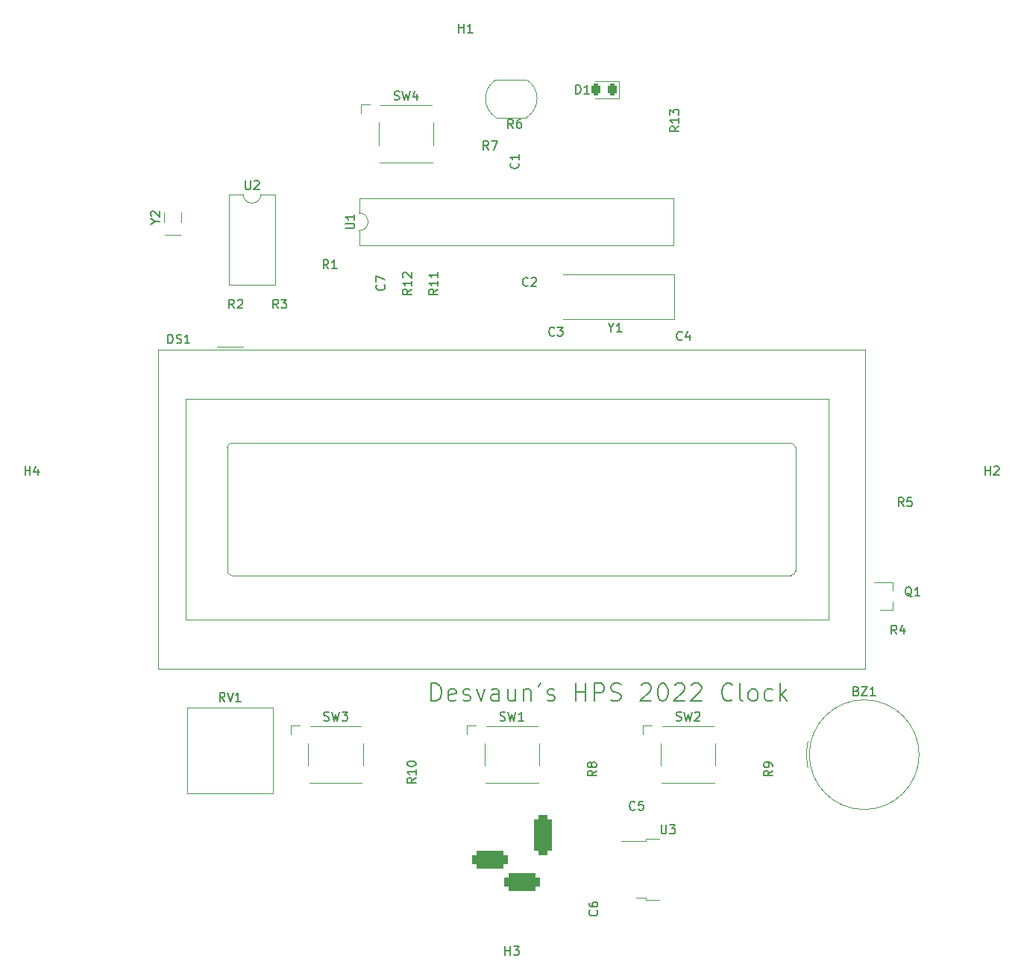
<source format=gbr>
%TF.GenerationSoftware,KiCad,Pcbnew,(6.0.5)*%
%TF.CreationDate,2022-07-26T12:17:50-04:00*%
%TF.ProjectId,Clock_design,436c6f63-6b5f-4646-9573-69676e2e6b69,rev?*%
%TF.SameCoordinates,PX56c8cc0PY97a25c0*%
%TF.FileFunction,Legend,Top*%
%TF.FilePolarity,Positive*%
%FSLAX46Y46*%
G04 Gerber Fmt 4.6, Leading zero omitted, Abs format (unit mm)*
G04 Created by KiCad (PCBNEW (6.0.5)) date 2022-07-26 12:17:50*
%MOMM*%
%LPD*%
G01*
G04 APERTURE LIST*
G04 Aperture macros list*
%AMRoundRect*
0 Rectangle with rounded corners*
0 $1 Rounding radius*
0 $2 $3 $4 $5 $6 $7 $8 $9 X,Y pos of 4 corners*
0 Add a 4 corners polygon primitive as box body*
4,1,4,$2,$3,$4,$5,$6,$7,$8,$9,$2,$3,0*
0 Add four circle primitives for the rounded corners*
1,1,$1+$1,$2,$3*
1,1,$1+$1,$4,$5*
1,1,$1+$1,$6,$7*
1,1,$1+$1,$8,$9*
0 Add four rect primitives between the rounded corners*
20,1,$1+$1,$2,$3,$4,$5,0*
20,1,$1+$1,$4,$5,$6,$7,0*
20,1,$1+$1,$6,$7,$8,$9,0*
20,1,$1+$1,$8,$9,$2,$3,0*%
G04 Aperture macros list end*
%ADD10C,0.150000*%
%ADD11C,0.120000*%
%ADD12C,3.200000*%
%ADD13R,1.600000X1.400000*%
%ADD14R,1.150000X1.400000*%
%ADD15R,1.400000X1.150000*%
%ADD16R,0.900000X0.800000*%
%ADD17R,1.600000X1.600000*%
%ADD18O,1.600000X1.600000*%
%ADD19R,2.200000X1.200000*%
%ADD20R,6.400000X5.800000*%
%ADD21RoundRect,0.243750X0.243750X0.456250X-0.243750X0.456250X-0.243750X-0.456250X0.243750X-0.456250X0*%
%ADD22C,1.600000*%
%ADD23C,1.440000*%
%ADD24R,2.000000X2.000000*%
%ADD25C,2.000000*%
%ADD26C,3.000000*%
%ADD27R,1.800000X2.600000*%
%ADD28O,1.800000X2.600000*%
%ADD29R,4.500000X2.000000*%
%ADD30R,1.800000X1.000000*%
%ADD31RoundRect,0.500000X0.500000X-1.750000X0.500000X1.750000X-0.500000X1.750000X-0.500000X-1.750000X0*%
%ADD32RoundRect,0.500000X1.500000X0.500000X-1.500000X0.500000X-1.500000X-0.500000X1.500000X-0.500000X0*%
%ADD33R,1.700000X1.700000*%
%ADD34O,1.700000X1.700000*%
%ADD35R,3.000000X3.000000*%
G04 APERTURE END LIST*
D10*
X49857142Y37095239D02*
X49857142Y39095239D01*
X50333333Y39095239D01*
X50619047Y39000000D01*
X50809523Y38809524D01*
X50904761Y38619048D01*
X51000000Y38238096D01*
X51000000Y37952381D01*
X50904761Y37571429D01*
X50809523Y37380953D01*
X50619047Y37190477D01*
X50333333Y37095239D01*
X49857142Y37095239D01*
X52619047Y37190477D02*
X52428571Y37095239D01*
X52047619Y37095239D01*
X51857142Y37190477D01*
X51761904Y37380953D01*
X51761904Y38142858D01*
X51857142Y38333334D01*
X52047619Y38428572D01*
X52428571Y38428572D01*
X52619047Y38333334D01*
X52714285Y38142858D01*
X52714285Y37952381D01*
X51761904Y37761905D01*
X53476190Y37190477D02*
X53666666Y37095239D01*
X54047619Y37095239D01*
X54238095Y37190477D01*
X54333333Y37380953D01*
X54333333Y37476191D01*
X54238095Y37666667D01*
X54047619Y37761905D01*
X53761904Y37761905D01*
X53571428Y37857143D01*
X53476190Y38047620D01*
X53476190Y38142858D01*
X53571428Y38333334D01*
X53761904Y38428572D01*
X54047619Y38428572D01*
X54238095Y38333334D01*
X55000000Y38428572D02*
X55476190Y37095239D01*
X55952380Y38428572D01*
X57571428Y37095239D02*
X57571428Y38142858D01*
X57476190Y38333334D01*
X57285714Y38428572D01*
X56904761Y38428572D01*
X56714285Y38333334D01*
X57571428Y37190477D02*
X57380952Y37095239D01*
X56904761Y37095239D01*
X56714285Y37190477D01*
X56619047Y37380953D01*
X56619047Y37571429D01*
X56714285Y37761905D01*
X56904761Y37857143D01*
X57380952Y37857143D01*
X57571428Y37952381D01*
X59380952Y38428572D02*
X59380952Y37095239D01*
X58523809Y38428572D02*
X58523809Y37380953D01*
X58619047Y37190477D01*
X58809523Y37095239D01*
X59095238Y37095239D01*
X59285714Y37190477D01*
X59380952Y37285715D01*
X60333333Y38428572D02*
X60333333Y37095239D01*
X60333333Y38238096D02*
X60428571Y38333334D01*
X60619047Y38428572D01*
X60904761Y38428572D01*
X61095238Y38333334D01*
X61190476Y38142858D01*
X61190476Y37095239D01*
X62238095Y39095239D02*
X62047619Y38714286D01*
X63000000Y37190477D02*
X63190476Y37095239D01*
X63571428Y37095239D01*
X63761904Y37190477D01*
X63857142Y37380953D01*
X63857142Y37476191D01*
X63761904Y37666667D01*
X63571428Y37761905D01*
X63285714Y37761905D01*
X63095238Y37857143D01*
X63000000Y38047620D01*
X63000000Y38142858D01*
X63095238Y38333334D01*
X63285714Y38428572D01*
X63571428Y38428572D01*
X63761904Y38333334D01*
X66238095Y37095239D02*
X66238095Y39095239D01*
X66238095Y38142858D02*
X67380952Y38142858D01*
X67380952Y37095239D02*
X67380952Y39095239D01*
X68333333Y37095239D02*
X68333333Y39095239D01*
X69095238Y39095239D01*
X69285714Y39000000D01*
X69380952Y38904762D01*
X69476190Y38714286D01*
X69476190Y38428572D01*
X69380952Y38238096D01*
X69285714Y38142858D01*
X69095238Y38047620D01*
X68333333Y38047620D01*
X70238095Y37190477D02*
X70523809Y37095239D01*
X71000000Y37095239D01*
X71190476Y37190477D01*
X71285714Y37285715D01*
X71380952Y37476191D01*
X71380952Y37666667D01*
X71285714Y37857143D01*
X71190476Y37952381D01*
X71000000Y38047620D01*
X70619047Y38142858D01*
X70428571Y38238096D01*
X70333333Y38333334D01*
X70238095Y38523810D01*
X70238095Y38714286D01*
X70333333Y38904762D01*
X70428571Y39000000D01*
X70619047Y39095239D01*
X71095238Y39095239D01*
X71380952Y39000000D01*
X73666666Y38904762D02*
X73761904Y39000000D01*
X73952380Y39095239D01*
X74428571Y39095239D01*
X74619047Y39000000D01*
X74714285Y38904762D01*
X74809523Y38714286D01*
X74809523Y38523810D01*
X74714285Y38238096D01*
X73571428Y37095239D01*
X74809523Y37095239D01*
X76047619Y39095239D02*
X76238095Y39095239D01*
X76428571Y39000000D01*
X76523809Y38904762D01*
X76619047Y38714286D01*
X76714285Y38333334D01*
X76714285Y37857143D01*
X76619047Y37476191D01*
X76523809Y37285715D01*
X76428571Y37190477D01*
X76238095Y37095239D01*
X76047619Y37095239D01*
X75857142Y37190477D01*
X75761904Y37285715D01*
X75666666Y37476191D01*
X75571428Y37857143D01*
X75571428Y38333334D01*
X75666666Y38714286D01*
X75761904Y38904762D01*
X75857142Y39000000D01*
X76047619Y39095239D01*
X77476190Y38904762D02*
X77571428Y39000000D01*
X77761904Y39095239D01*
X78238095Y39095239D01*
X78428571Y39000000D01*
X78523809Y38904762D01*
X78619047Y38714286D01*
X78619047Y38523810D01*
X78523809Y38238096D01*
X77380952Y37095239D01*
X78619047Y37095239D01*
X79380952Y38904762D02*
X79476190Y39000000D01*
X79666666Y39095239D01*
X80142857Y39095239D01*
X80333333Y39000000D01*
X80428571Y38904762D01*
X80523809Y38714286D01*
X80523809Y38523810D01*
X80428571Y38238096D01*
X79285714Y37095239D01*
X80523809Y37095239D01*
X84047619Y37285715D02*
X83952380Y37190477D01*
X83666666Y37095239D01*
X83476190Y37095239D01*
X83190476Y37190477D01*
X83000000Y37380953D01*
X82904761Y37571429D01*
X82809523Y37952381D01*
X82809523Y38238096D01*
X82904761Y38619048D01*
X83000000Y38809524D01*
X83190476Y39000000D01*
X83476190Y39095239D01*
X83666666Y39095239D01*
X83952380Y39000000D01*
X84047619Y38904762D01*
X85190476Y37095239D02*
X85000000Y37190477D01*
X84904761Y37380953D01*
X84904761Y39095239D01*
X86238095Y37095239D02*
X86047619Y37190477D01*
X85952380Y37285715D01*
X85857142Y37476191D01*
X85857142Y38047620D01*
X85952380Y38238096D01*
X86047619Y38333334D01*
X86238095Y38428572D01*
X86523809Y38428572D01*
X86714285Y38333334D01*
X86809523Y38238096D01*
X86904761Y38047620D01*
X86904761Y37476191D01*
X86809523Y37285715D01*
X86714285Y37190477D01*
X86523809Y37095239D01*
X86238095Y37095239D01*
X88619047Y37190477D02*
X88428571Y37095239D01*
X88047619Y37095239D01*
X87857142Y37190477D01*
X87761904Y37285715D01*
X87666666Y37476191D01*
X87666666Y38047620D01*
X87761904Y38238096D01*
X87857142Y38333334D01*
X88047619Y38428572D01*
X88428571Y38428572D01*
X88619047Y38333334D01*
X89476190Y37095239D02*
X89476190Y39095239D01*
X89666666Y37857143D02*
X90238095Y37095239D01*
X90238095Y38428572D02*
X89476190Y37666667D01*
%TO.C,H4*%
X3738095Y62747620D02*
X3738095Y63747620D01*
X3738095Y63271429D02*
X4309523Y63271429D01*
X4309523Y62747620D02*
X4309523Y63747620D01*
X5214285Y63414286D02*
X5214285Y62747620D01*
X4976190Y63795239D02*
X4738095Y63080953D01*
X5357142Y63080953D01*
%TO.C,SW4*%
X45666666Y105395239D02*
X45809523Y105347620D01*
X46047619Y105347620D01*
X46142857Y105395239D01*
X46190476Y105442858D01*
X46238095Y105538096D01*
X46238095Y105633334D01*
X46190476Y105728572D01*
X46142857Y105776191D01*
X46047619Y105823810D01*
X45857142Y105871429D01*
X45761904Y105919048D01*
X45714285Y105966667D01*
X45666666Y106061905D01*
X45666666Y106157143D01*
X45714285Y106252381D01*
X45761904Y106300000D01*
X45857142Y106347620D01*
X46095238Y106347620D01*
X46238095Y106300000D01*
X46571428Y106347620D02*
X46809523Y105347620D01*
X47000000Y106061905D01*
X47190476Y105347620D01*
X47428571Y106347620D01*
X48238095Y106014286D02*
X48238095Y105347620D01*
X48000000Y106395239D02*
X47761904Y105680953D01*
X48380952Y105680953D01*
%TO.C,SW1*%
X57666666Y34895239D02*
X57809523Y34847620D01*
X58047619Y34847620D01*
X58142857Y34895239D01*
X58190476Y34942858D01*
X58238095Y35038096D01*
X58238095Y35133334D01*
X58190476Y35228572D01*
X58142857Y35276191D01*
X58047619Y35323810D01*
X57857142Y35371429D01*
X57761904Y35419048D01*
X57714285Y35466667D01*
X57666666Y35561905D01*
X57666666Y35657143D01*
X57714285Y35752381D01*
X57761904Y35800000D01*
X57857142Y35847620D01*
X58095238Y35847620D01*
X58238095Y35800000D01*
X58571428Y35847620D02*
X58809523Y34847620D01*
X59000000Y35561905D01*
X59190476Y34847620D01*
X59428571Y35847620D01*
X60333333Y34847620D02*
X59761904Y34847620D01*
X60047619Y34847620D02*
X60047619Y35847620D01*
X59952380Y35704762D01*
X59857142Y35609524D01*
X59761904Y35561905D01*
%TO.C,R3*%
X32483333Y81697620D02*
X32150000Y82173810D01*
X31911904Y81697620D02*
X31911904Y82697620D01*
X32292857Y82697620D01*
X32388095Y82650000D01*
X32435714Y82602381D01*
X32483333Y82507143D01*
X32483333Y82364286D01*
X32435714Y82269048D01*
X32388095Y82221429D01*
X32292857Y82173810D01*
X31911904Y82173810D01*
X32816666Y82697620D02*
X33435714Y82697620D01*
X33102380Y82316667D01*
X33245238Y82316667D01*
X33340476Y82269048D01*
X33388095Y82221429D01*
X33435714Y82126191D01*
X33435714Y81888096D01*
X33388095Y81792858D01*
X33340476Y81745239D01*
X33245238Y81697620D01*
X32959523Y81697620D01*
X32864285Y81745239D01*
X32816666Y81792858D01*
%TO.C,R13*%
X77952380Y102357143D02*
X77476190Y102023810D01*
X77952380Y101785715D02*
X76952380Y101785715D01*
X76952380Y102166667D01*
X77000000Y102261905D01*
X77047619Y102309524D01*
X77142857Y102357143D01*
X77285714Y102357143D01*
X77380952Y102309524D01*
X77428571Y102261905D01*
X77476190Y102166667D01*
X77476190Y101785715D01*
X77952380Y103309524D02*
X77952380Y102738096D01*
X77952380Y103023810D02*
X76952380Y103023810D01*
X77095238Y102928572D01*
X77190476Y102833334D01*
X77238095Y102738096D01*
X76952380Y103642858D02*
X76952380Y104261905D01*
X77333333Y103928572D01*
X77333333Y104071429D01*
X77380952Y104166667D01*
X77428571Y104214286D01*
X77523809Y104261905D01*
X77761904Y104261905D01*
X77857142Y104214286D01*
X77904761Y104166667D01*
X77952380Y104071429D01*
X77952380Y103785715D01*
X77904761Y103690477D01*
X77857142Y103642858D01*
%TO.C,Q1*%
X104404761Y48952381D02*
X104309523Y49000000D01*
X104214285Y49095239D01*
X104071428Y49238096D01*
X103976190Y49285715D01*
X103880952Y49285715D01*
X103928571Y49047620D02*
X103833333Y49095239D01*
X103738095Y49190477D01*
X103690476Y49380953D01*
X103690476Y49714286D01*
X103738095Y49904762D01*
X103833333Y50000000D01*
X103928571Y50047620D01*
X104119047Y50047620D01*
X104214285Y50000000D01*
X104309523Y49904762D01*
X104357142Y49714286D01*
X104357142Y49380953D01*
X104309523Y49190477D01*
X104214285Y49095239D01*
X104119047Y49047620D01*
X103928571Y49047620D01*
X105309523Y49047620D02*
X104738095Y49047620D01*
X105023809Y49047620D02*
X105023809Y50047620D01*
X104928571Y49904762D01*
X104833333Y49809524D01*
X104738095Y49761905D01*
%TO.C,C5*%
X72983333Y24792858D02*
X72935714Y24745239D01*
X72792857Y24697620D01*
X72697619Y24697620D01*
X72554761Y24745239D01*
X72459523Y24840477D01*
X72411904Y24935715D01*
X72364285Y25126191D01*
X72364285Y25269048D01*
X72411904Y25459524D01*
X72459523Y25554762D01*
X72554761Y25650000D01*
X72697619Y25697620D01*
X72792857Y25697620D01*
X72935714Y25650000D01*
X72983333Y25602381D01*
X73888095Y25697620D02*
X73411904Y25697620D01*
X73364285Y25221429D01*
X73411904Y25269048D01*
X73507142Y25316667D01*
X73745238Y25316667D01*
X73840476Y25269048D01*
X73888095Y25221429D01*
X73935714Y25126191D01*
X73935714Y24888096D01*
X73888095Y24792858D01*
X73840476Y24745239D01*
X73745238Y24697620D01*
X73507142Y24697620D01*
X73411904Y24745239D01*
X73364285Y24792858D01*
%TO.C,U2*%
X28748095Y96177620D02*
X28748095Y95368096D01*
X28795714Y95272858D01*
X28843333Y95225239D01*
X28938571Y95177620D01*
X29129047Y95177620D01*
X29224285Y95225239D01*
X29271904Y95272858D01*
X29319523Y95368096D01*
X29319523Y96177620D01*
X29748095Y96082381D02*
X29795714Y96130000D01*
X29890952Y96177620D01*
X30129047Y96177620D01*
X30224285Y96130000D01*
X30271904Y96082381D01*
X30319523Y95987143D01*
X30319523Y95891905D01*
X30271904Y95749048D01*
X29700476Y95177620D01*
X30319523Y95177620D01*
%TO.C,R9*%
X88602380Y29183334D02*
X88126190Y28850000D01*
X88602380Y28611905D02*
X87602380Y28611905D01*
X87602380Y28992858D01*
X87650000Y29088096D01*
X87697619Y29135715D01*
X87792857Y29183334D01*
X87935714Y29183334D01*
X88030952Y29135715D01*
X88078571Y29088096D01*
X88126190Y28992858D01*
X88126190Y28611905D01*
X88602380Y29659524D02*
X88602380Y29850000D01*
X88554761Y29945239D01*
X88507142Y29992858D01*
X88364285Y30088096D01*
X88173809Y30135715D01*
X87792857Y30135715D01*
X87697619Y30088096D01*
X87650000Y30040477D01*
X87602380Y29945239D01*
X87602380Y29754762D01*
X87650000Y29659524D01*
X87697619Y29611905D01*
X87792857Y29564286D01*
X88030952Y29564286D01*
X88126190Y29611905D01*
X88173809Y29659524D01*
X88221428Y29754762D01*
X88221428Y29945239D01*
X88173809Y30040477D01*
X88126190Y30088096D01*
X88030952Y30135715D01*
%TO.C,R7*%
X56333333Y99697620D02*
X56000000Y100173810D01*
X55761904Y99697620D02*
X55761904Y100697620D01*
X56142857Y100697620D01*
X56238095Y100650000D01*
X56285714Y100602381D01*
X56333333Y100507143D01*
X56333333Y100364286D01*
X56285714Y100269048D01*
X56238095Y100221429D01*
X56142857Y100173810D01*
X55761904Y100173810D01*
X56666666Y100697620D02*
X57333333Y100697620D01*
X56904761Y99697620D01*
%TO.C,U3*%
X75963095Y23022620D02*
X75963095Y22213096D01*
X76010714Y22117858D01*
X76058333Y22070239D01*
X76153571Y22022620D01*
X76344047Y22022620D01*
X76439285Y22070239D01*
X76486904Y22117858D01*
X76534523Y22213096D01*
X76534523Y23022620D01*
X76915476Y23022620D02*
X77534523Y23022620D01*
X77201190Y22641667D01*
X77344047Y22641667D01*
X77439285Y22594048D01*
X77486904Y22546429D01*
X77534523Y22451191D01*
X77534523Y22213096D01*
X77486904Y22117858D01*
X77439285Y22070239D01*
X77344047Y22022620D01*
X77058333Y22022620D01*
X76963095Y22070239D01*
X76915476Y22117858D01*
%TO.C,D1*%
X66261904Y106047620D02*
X66261904Y107047620D01*
X66500000Y107047620D01*
X66642857Y107000000D01*
X66738095Y106904762D01*
X66785714Y106809524D01*
X66833333Y106619048D01*
X66833333Y106476191D01*
X66785714Y106285715D01*
X66738095Y106190477D01*
X66642857Y106095239D01*
X66500000Y106047620D01*
X66261904Y106047620D01*
X67785714Y106047620D02*
X67214285Y106047620D01*
X67500000Y106047620D02*
X67500000Y107047620D01*
X67404761Y106904762D01*
X67309523Y106809524D01*
X67214285Y106761905D01*
%TO.C,R6*%
X59163333Y102147620D02*
X58830000Y102623810D01*
X58591904Y102147620D02*
X58591904Y103147620D01*
X58972857Y103147620D01*
X59068095Y103100000D01*
X59115714Y103052381D01*
X59163333Y102957143D01*
X59163333Y102814286D01*
X59115714Y102719048D01*
X59068095Y102671429D01*
X58972857Y102623810D01*
X58591904Y102623810D01*
X60020476Y103147620D02*
X59830000Y103147620D01*
X59734761Y103100000D01*
X59687142Y103052381D01*
X59591904Y102909524D01*
X59544285Y102719048D01*
X59544285Y102338096D01*
X59591904Y102242858D01*
X59639523Y102195239D01*
X59734761Y102147620D01*
X59925238Y102147620D01*
X60020476Y102195239D01*
X60068095Y102242858D01*
X60115714Y102338096D01*
X60115714Y102576191D01*
X60068095Y102671429D01*
X60020476Y102719048D01*
X59925238Y102766667D01*
X59734761Y102766667D01*
X59639523Y102719048D01*
X59591904Y102671429D01*
X59544285Y102576191D01*
%TO.C,H2*%
X112738095Y62747620D02*
X112738095Y63747620D01*
X112738095Y63271429D02*
X113309523Y63271429D01*
X113309523Y62747620D02*
X113309523Y63747620D01*
X113738095Y63652381D02*
X113785714Y63700000D01*
X113880952Y63747620D01*
X114119047Y63747620D01*
X114214285Y63700000D01*
X114261904Y63652381D01*
X114309523Y63557143D01*
X114309523Y63461905D01*
X114261904Y63319048D01*
X113690476Y62747620D01*
X114309523Y62747620D01*
%TO.C,C6*%
X68657142Y13333334D02*
X68704761Y13285715D01*
X68752380Y13142858D01*
X68752380Y13047620D01*
X68704761Y12904762D01*
X68609523Y12809524D01*
X68514285Y12761905D01*
X68323809Y12714286D01*
X68180952Y12714286D01*
X67990476Y12761905D01*
X67895238Y12809524D01*
X67800000Y12904762D01*
X67752380Y13047620D01*
X67752380Y13142858D01*
X67800000Y13285715D01*
X67847619Y13333334D01*
X67752380Y14190477D02*
X67752380Y14000000D01*
X67800000Y13904762D01*
X67847619Y13857143D01*
X67990476Y13761905D01*
X68180952Y13714286D01*
X68561904Y13714286D01*
X68657142Y13761905D01*
X68704761Y13809524D01*
X68752380Y13904762D01*
X68752380Y14095239D01*
X68704761Y14190477D01*
X68657142Y14238096D01*
X68561904Y14285715D01*
X68323809Y14285715D01*
X68228571Y14238096D01*
X68180952Y14190477D01*
X68133333Y14095239D01*
X68133333Y13904762D01*
X68180952Y13809524D01*
X68228571Y13761905D01*
X68323809Y13714286D01*
%TO.C,RV1*%
X26404761Y37062620D02*
X26071428Y37538810D01*
X25833333Y37062620D02*
X25833333Y38062620D01*
X26214285Y38062620D01*
X26309523Y38015000D01*
X26357142Y37967381D01*
X26404761Y37872143D01*
X26404761Y37729286D01*
X26357142Y37634048D01*
X26309523Y37586429D01*
X26214285Y37538810D01*
X25833333Y37538810D01*
X26690476Y38062620D02*
X27023809Y37062620D01*
X27357142Y38062620D01*
X28214285Y37062620D02*
X27642857Y37062620D01*
X27928571Y37062620D02*
X27928571Y38062620D01*
X27833333Y37919762D01*
X27738095Y37824524D01*
X27642857Y37776905D01*
%TO.C,BZ1*%
X98119047Y38241429D02*
X98261904Y38193810D01*
X98309523Y38146191D01*
X98357142Y38050953D01*
X98357142Y37908096D01*
X98309523Y37812858D01*
X98261904Y37765239D01*
X98166666Y37717620D01*
X97785714Y37717620D01*
X97785714Y38717620D01*
X98119047Y38717620D01*
X98214285Y38670000D01*
X98261904Y38622381D01*
X98309523Y38527143D01*
X98309523Y38431905D01*
X98261904Y38336667D01*
X98214285Y38289048D01*
X98119047Y38241429D01*
X97785714Y38241429D01*
X98690476Y38717620D02*
X99357142Y38717620D01*
X98690476Y37717620D01*
X99357142Y37717620D01*
X100261904Y37717620D02*
X99690476Y37717620D01*
X99976190Y37717620D02*
X99976190Y38717620D01*
X99880952Y38574762D01*
X99785714Y38479524D01*
X99690476Y38431905D01*
%TO.C,R12*%
X47602380Y83857143D02*
X47126190Y83523810D01*
X47602380Y83285715D02*
X46602380Y83285715D01*
X46602380Y83666667D01*
X46650000Y83761905D01*
X46697619Y83809524D01*
X46792857Y83857143D01*
X46935714Y83857143D01*
X47030952Y83809524D01*
X47078571Y83761905D01*
X47126190Y83666667D01*
X47126190Y83285715D01*
X47602380Y84809524D02*
X47602380Y84238096D01*
X47602380Y84523810D02*
X46602380Y84523810D01*
X46745238Y84428572D01*
X46840476Y84333334D01*
X46888095Y84238096D01*
X46697619Y85190477D02*
X46650000Y85238096D01*
X46602380Y85333334D01*
X46602380Y85571429D01*
X46650000Y85666667D01*
X46697619Y85714286D01*
X46792857Y85761905D01*
X46888095Y85761905D01*
X47030952Y85714286D01*
X47602380Y85142858D01*
X47602380Y85761905D01*
%TO.C,H3*%
X58238095Y8247620D02*
X58238095Y9247620D01*
X58238095Y8771429D02*
X58809523Y8771429D01*
X58809523Y8247620D02*
X58809523Y9247620D01*
X59190476Y9247620D02*
X59809523Y9247620D01*
X59476190Y8866667D01*
X59619047Y8866667D01*
X59714285Y8819048D01*
X59761904Y8771429D01*
X59809523Y8676191D01*
X59809523Y8438096D01*
X59761904Y8342858D01*
X59714285Y8295239D01*
X59619047Y8247620D01*
X59333333Y8247620D01*
X59238095Y8295239D01*
X59190476Y8342858D01*
%TO.C,R10*%
X48102380Y28357143D02*
X47626190Y28023810D01*
X48102380Y27785715D02*
X47102380Y27785715D01*
X47102380Y28166667D01*
X47150000Y28261905D01*
X47197619Y28309524D01*
X47292857Y28357143D01*
X47435714Y28357143D01*
X47530952Y28309524D01*
X47578571Y28261905D01*
X47626190Y28166667D01*
X47626190Y27785715D01*
X48102380Y29309524D02*
X48102380Y28738096D01*
X48102380Y29023810D02*
X47102380Y29023810D01*
X47245238Y28928572D01*
X47340476Y28833334D01*
X47388095Y28738096D01*
X47102380Y29928572D02*
X47102380Y30023810D01*
X47150000Y30119048D01*
X47197619Y30166667D01*
X47292857Y30214286D01*
X47483333Y30261905D01*
X47721428Y30261905D01*
X47911904Y30214286D01*
X48007142Y30166667D01*
X48054761Y30119048D01*
X48102380Y30023810D01*
X48102380Y29928572D01*
X48054761Y29833334D01*
X48007142Y29785715D01*
X47911904Y29738096D01*
X47721428Y29690477D01*
X47483333Y29690477D01*
X47292857Y29738096D01*
X47197619Y29785715D01*
X47150000Y29833334D01*
X47102380Y29928572D01*
%TO.C,C1*%
X59707142Y98183334D02*
X59754761Y98135715D01*
X59802380Y97992858D01*
X59802380Y97897620D01*
X59754761Y97754762D01*
X59659523Y97659524D01*
X59564285Y97611905D01*
X59373809Y97564286D01*
X59230952Y97564286D01*
X59040476Y97611905D01*
X58945238Y97659524D01*
X58850000Y97754762D01*
X58802380Y97897620D01*
X58802380Y97992858D01*
X58850000Y98135715D01*
X58897619Y98183334D01*
X59802380Y99135715D02*
X59802380Y98564286D01*
X59802380Y98850000D02*
X58802380Y98850000D01*
X58945238Y98754762D01*
X59040476Y98659524D01*
X59088095Y98564286D01*
%TO.C,H1*%
X52988095Y112997620D02*
X52988095Y113997620D01*
X52988095Y113521429D02*
X53559523Y113521429D01*
X53559523Y112997620D02*
X53559523Y113997620D01*
X54559523Y112997620D02*
X53988095Y112997620D01*
X54273809Y112997620D02*
X54273809Y113997620D01*
X54178571Y113854762D01*
X54083333Y113759524D01*
X53988095Y113711905D01*
%TO.C,R1*%
X38183333Y86197620D02*
X37850000Y86673810D01*
X37611904Y86197620D02*
X37611904Y87197620D01*
X37992857Y87197620D01*
X38088095Y87150000D01*
X38135714Y87102381D01*
X38183333Y87007143D01*
X38183333Y86864286D01*
X38135714Y86769048D01*
X38088095Y86721429D01*
X37992857Y86673810D01*
X37611904Y86673810D01*
X39135714Y86197620D02*
X38564285Y86197620D01*
X38850000Y86197620D02*
X38850000Y87197620D01*
X38754761Y87054762D01*
X38659523Y86959524D01*
X38564285Y86911905D01*
%TO.C,R11*%
X50602380Y83857143D02*
X50126190Y83523810D01*
X50602380Y83285715D02*
X49602380Y83285715D01*
X49602380Y83666667D01*
X49650000Y83761905D01*
X49697619Y83809524D01*
X49792857Y83857143D01*
X49935714Y83857143D01*
X50030952Y83809524D01*
X50078571Y83761905D01*
X50126190Y83666667D01*
X50126190Y83285715D01*
X50602380Y84809524D02*
X50602380Y84238096D01*
X50602380Y84523810D02*
X49602380Y84523810D01*
X49745238Y84428572D01*
X49840476Y84333334D01*
X49888095Y84238096D01*
X50602380Y85761905D02*
X50602380Y85190477D01*
X50602380Y85476191D02*
X49602380Y85476191D01*
X49745238Y85380953D01*
X49840476Y85285715D01*
X49888095Y85190477D01*
%TO.C,DS1*%
X19965714Y77715120D02*
X19965714Y78715120D01*
X20203809Y78715120D01*
X20346666Y78667500D01*
X20441904Y78572262D01*
X20489523Y78477024D01*
X20537142Y78286548D01*
X20537142Y78143691D01*
X20489523Y77953215D01*
X20441904Y77857977D01*
X20346666Y77762739D01*
X20203809Y77715120D01*
X19965714Y77715120D01*
X20918095Y77762739D02*
X21060952Y77715120D01*
X21299047Y77715120D01*
X21394285Y77762739D01*
X21441904Y77810358D01*
X21489523Y77905596D01*
X21489523Y78000834D01*
X21441904Y78096072D01*
X21394285Y78143691D01*
X21299047Y78191310D01*
X21108571Y78238929D01*
X21013333Y78286548D01*
X20965714Y78334167D01*
X20918095Y78429405D01*
X20918095Y78524643D01*
X20965714Y78619881D01*
X21013333Y78667500D01*
X21108571Y78715120D01*
X21346666Y78715120D01*
X21489523Y78667500D01*
X22441904Y77715120D02*
X21870476Y77715120D01*
X22156190Y77715120D02*
X22156190Y78715120D01*
X22060952Y78572262D01*
X21965714Y78477024D01*
X21870476Y78429405D01*
%TO.C,R4*%
X102683333Y44697620D02*
X102350000Y45173810D01*
X102111904Y44697620D02*
X102111904Y45697620D01*
X102492857Y45697620D01*
X102588095Y45650000D01*
X102635714Y45602381D01*
X102683333Y45507143D01*
X102683333Y45364286D01*
X102635714Y45269048D01*
X102588095Y45221429D01*
X102492857Y45173810D01*
X102111904Y45173810D01*
X103540476Y45364286D02*
X103540476Y44697620D01*
X103302380Y45745239D02*
X103064285Y45030953D01*
X103683333Y45030953D01*
%TO.C,SW3*%
X37666666Y34895239D02*
X37809523Y34847620D01*
X38047619Y34847620D01*
X38142857Y34895239D01*
X38190476Y34942858D01*
X38238095Y35038096D01*
X38238095Y35133334D01*
X38190476Y35228572D01*
X38142857Y35276191D01*
X38047619Y35323810D01*
X37857142Y35371429D01*
X37761904Y35419048D01*
X37714285Y35466667D01*
X37666666Y35561905D01*
X37666666Y35657143D01*
X37714285Y35752381D01*
X37761904Y35800000D01*
X37857142Y35847620D01*
X38095238Y35847620D01*
X38238095Y35800000D01*
X38571428Y35847620D02*
X38809523Y34847620D01*
X39000000Y35561905D01*
X39190476Y34847620D01*
X39428571Y35847620D01*
X39714285Y35847620D02*
X40333333Y35847620D01*
X40000000Y35466667D01*
X40142857Y35466667D01*
X40238095Y35419048D01*
X40285714Y35371429D01*
X40333333Y35276191D01*
X40333333Y35038096D01*
X40285714Y34942858D01*
X40238095Y34895239D01*
X40142857Y34847620D01*
X39857142Y34847620D01*
X39761904Y34895239D01*
X39714285Y34942858D01*
%TO.C,C4*%
X78333333Y78142858D02*
X78285714Y78095239D01*
X78142857Y78047620D01*
X78047619Y78047620D01*
X77904761Y78095239D01*
X77809523Y78190477D01*
X77761904Y78285715D01*
X77714285Y78476191D01*
X77714285Y78619048D01*
X77761904Y78809524D01*
X77809523Y78904762D01*
X77904761Y79000000D01*
X78047619Y79047620D01*
X78142857Y79047620D01*
X78285714Y79000000D01*
X78333333Y78952381D01*
X79190476Y78714286D02*
X79190476Y78047620D01*
X78952380Y79095239D02*
X78714285Y78380953D01*
X79333333Y78380953D01*
%TO.C,SW2*%
X77666666Y34895239D02*
X77809523Y34847620D01*
X78047619Y34847620D01*
X78142857Y34895239D01*
X78190476Y34942858D01*
X78238095Y35038096D01*
X78238095Y35133334D01*
X78190476Y35228572D01*
X78142857Y35276191D01*
X78047619Y35323810D01*
X77857142Y35371429D01*
X77761904Y35419048D01*
X77714285Y35466667D01*
X77666666Y35561905D01*
X77666666Y35657143D01*
X77714285Y35752381D01*
X77761904Y35800000D01*
X77857142Y35847620D01*
X78095238Y35847620D01*
X78238095Y35800000D01*
X78571428Y35847620D02*
X78809523Y34847620D01*
X79000000Y35561905D01*
X79190476Y34847620D01*
X79428571Y35847620D01*
X79761904Y35752381D02*
X79809523Y35800000D01*
X79904761Y35847620D01*
X80142857Y35847620D01*
X80238095Y35800000D01*
X80285714Y35752381D01*
X80333333Y35657143D01*
X80333333Y35561905D01*
X80285714Y35419048D01*
X79714285Y34847620D01*
X80333333Y34847620D01*
%TO.C,Y1*%
X70273809Y79473810D02*
X70273809Y78997620D01*
X69940476Y79997620D02*
X70273809Y79473810D01*
X70607142Y79997620D01*
X71464285Y78997620D02*
X70892857Y78997620D01*
X71178571Y78997620D02*
X71178571Y79997620D01*
X71083333Y79854762D01*
X70988095Y79759524D01*
X70892857Y79711905D01*
%TO.C,C2*%
X60833333Y84292858D02*
X60785714Y84245239D01*
X60642857Y84197620D01*
X60547619Y84197620D01*
X60404761Y84245239D01*
X60309523Y84340477D01*
X60261904Y84435715D01*
X60214285Y84626191D01*
X60214285Y84769048D01*
X60261904Y84959524D01*
X60309523Y85054762D01*
X60404761Y85150000D01*
X60547619Y85197620D01*
X60642857Y85197620D01*
X60785714Y85150000D01*
X60833333Y85102381D01*
X61214285Y85102381D02*
X61261904Y85150000D01*
X61357142Y85197620D01*
X61595238Y85197620D01*
X61690476Y85150000D01*
X61738095Y85102381D01*
X61785714Y85007143D01*
X61785714Y84911905D01*
X61738095Y84769048D01*
X61166666Y84197620D01*
X61785714Y84197620D01*
%TO.C,R2*%
X27483333Y81697620D02*
X27150000Y82173810D01*
X26911904Y81697620D02*
X26911904Y82697620D01*
X27292857Y82697620D01*
X27388095Y82650000D01*
X27435714Y82602381D01*
X27483333Y82507143D01*
X27483333Y82364286D01*
X27435714Y82269048D01*
X27388095Y82221429D01*
X27292857Y82173810D01*
X26911904Y82173810D01*
X27864285Y82602381D02*
X27911904Y82650000D01*
X28007142Y82697620D01*
X28245238Y82697620D01*
X28340476Y82650000D01*
X28388095Y82602381D01*
X28435714Y82507143D01*
X28435714Y82411905D01*
X28388095Y82269048D01*
X27816666Y81697620D01*
X28435714Y81697620D01*
%TO.C,Y2*%
X18526190Y91523810D02*
X19002380Y91523810D01*
X18002380Y91190477D02*
X18526190Y91523810D01*
X18002380Y91857143D01*
X18097619Y92142858D02*
X18050000Y92190477D01*
X18002380Y92285715D01*
X18002380Y92523810D01*
X18050000Y92619048D01*
X18097619Y92666667D01*
X18192857Y92714286D01*
X18288095Y92714286D01*
X18430952Y92666667D01*
X19002380Y92095239D01*
X19002380Y92714286D01*
%TO.C,C3*%
X63833333Y78642858D02*
X63785714Y78595239D01*
X63642857Y78547620D01*
X63547619Y78547620D01*
X63404761Y78595239D01*
X63309523Y78690477D01*
X63261904Y78785715D01*
X63214285Y78976191D01*
X63214285Y79119048D01*
X63261904Y79309524D01*
X63309523Y79404762D01*
X63404761Y79500000D01*
X63547619Y79547620D01*
X63642857Y79547620D01*
X63785714Y79500000D01*
X63833333Y79452381D01*
X64166666Y79547620D02*
X64785714Y79547620D01*
X64452380Y79166667D01*
X64595238Y79166667D01*
X64690476Y79119048D01*
X64738095Y79071429D01*
X64785714Y78976191D01*
X64785714Y78738096D01*
X64738095Y78642858D01*
X64690476Y78595239D01*
X64595238Y78547620D01*
X64309523Y78547620D01*
X64214285Y78595239D01*
X64166666Y78642858D01*
%TO.C,R5*%
X103483333Y59197620D02*
X103150000Y59673810D01*
X102911904Y59197620D02*
X102911904Y60197620D01*
X103292857Y60197620D01*
X103388095Y60150000D01*
X103435714Y60102381D01*
X103483333Y60007143D01*
X103483333Y59864286D01*
X103435714Y59769048D01*
X103388095Y59721429D01*
X103292857Y59673810D01*
X102911904Y59673810D01*
X104388095Y60197620D02*
X103911904Y60197620D01*
X103864285Y59721429D01*
X103911904Y59769048D01*
X104007142Y59816667D01*
X104245238Y59816667D01*
X104340476Y59769048D01*
X104388095Y59721429D01*
X104435714Y59626191D01*
X104435714Y59388096D01*
X104388095Y59292858D01*
X104340476Y59245239D01*
X104245238Y59197620D01*
X104007142Y59197620D01*
X103911904Y59245239D01*
X103864285Y59292858D01*
%TO.C,C7*%
X44507142Y84333334D02*
X44554761Y84285715D01*
X44602380Y84142858D01*
X44602380Y84047620D01*
X44554761Y83904762D01*
X44459523Y83809524D01*
X44364285Y83761905D01*
X44173809Y83714286D01*
X44030952Y83714286D01*
X43840476Y83761905D01*
X43745238Y83809524D01*
X43650000Y83904762D01*
X43602380Y84047620D01*
X43602380Y84142858D01*
X43650000Y84285715D01*
X43697619Y84333334D01*
X43602380Y84666667D02*
X43602380Y85333334D01*
X44602380Y84904762D01*
%TO.C,R8*%
X68602380Y29183334D02*
X68126190Y28850000D01*
X68602380Y28611905D02*
X67602380Y28611905D01*
X67602380Y28992858D01*
X67650000Y29088096D01*
X67697619Y29135715D01*
X67792857Y29183334D01*
X67935714Y29183334D01*
X68030952Y29135715D01*
X68078571Y29088096D01*
X68126190Y28992858D01*
X68126190Y28611905D01*
X68030952Y29754762D02*
X67983333Y29659524D01*
X67935714Y29611905D01*
X67840476Y29564286D01*
X67792857Y29564286D01*
X67697619Y29611905D01*
X67650000Y29659524D01*
X67602380Y29754762D01*
X67602380Y29945239D01*
X67650000Y30040477D01*
X67697619Y30088096D01*
X67792857Y30135715D01*
X67840476Y30135715D01*
X67935714Y30088096D01*
X67983333Y30040477D01*
X68030952Y29945239D01*
X68030952Y29754762D01*
X68078571Y29659524D01*
X68126190Y29611905D01*
X68221428Y29564286D01*
X68411904Y29564286D01*
X68507142Y29611905D01*
X68554761Y29659524D01*
X68602380Y29754762D01*
X68602380Y29945239D01*
X68554761Y30040477D01*
X68507142Y30088096D01*
X68411904Y30135715D01*
X68221428Y30135715D01*
X68126190Y30088096D01*
X68078571Y30040477D01*
X68030952Y29945239D01*
%TO.C,U1*%
X40122380Y90748096D02*
X40931904Y90748096D01*
X41027142Y90795715D01*
X41074761Y90843334D01*
X41122380Y90938572D01*
X41122380Y91129048D01*
X41074761Y91224286D01*
X41027142Y91271905D01*
X40931904Y91319524D01*
X40122380Y91319524D01*
X41122380Y92319524D02*
X41122380Y91748096D01*
X41122380Y92033810D02*
X40122380Y92033810D01*
X40265238Y91938572D01*
X40360476Y91843334D01*
X40408095Y91748096D01*
D11*
%TO.C,SW4*%
X50000000Y98250000D02*
X44000000Y98250000D01*
X49900000Y104750000D02*
X44100000Y104750000D01*
X41900000Y103800000D02*
X41900000Y104800000D01*
X41900000Y104800000D02*
X42900000Y104800000D01*
X50100000Y102800000D02*
X50100000Y100200000D01*
X43900000Y102800000D02*
X43900000Y100200000D01*
%TO.C,SW1*%
X62000000Y27750000D02*
X56000000Y27750000D01*
X55900000Y32300000D02*
X55900000Y29700000D01*
X61900000Y34250000D02*
X56100000Y34250000D01*
X53900000Y33300000D02*
X53900000Y34300000D01*
X53900000Y34300000D02*
X54900000Y34300000D01*
X62100000Y32300000D02*
X62100000Y29700000D01*
%TO.C,Q1*%
X102260000Y47420000D02*
X100800000Y47420000D01*
X102260000Y47420000D02*
X102260000Y48350000D01*
X102260000Y50580000D02*
X100100000Y50580000D01*
X102260000Y50580000D02*
X102260000Y49650000D01*
%TO.C,U2*%
X32160000Y94630000D02*
X30510000Y94630000D01*
X26860000Y94630000D02*
X26860000Y84350000D01*
X28510000Y94630000D02*
X26860000Y94630000D01*
X26860000Y84350000D02*
X32160000Y84350000D01*
X32160000Y84350000D02*
X32160000Y94630000D01*
X28510000Y94630000D02*
G75*
G03*
X30510000Y94630000I1000000J0D01*
G01*
%TO.C,U3*%
X74255000Y21155000D02*
X71425000Y21155000D01*
X74255000Y14795000D02*
X73155000Y14795000D01*
X75755000Y21425000D02*
X74255000Y21425000D01*
X75755000Y14525000D02*
X74255000Y14525000D01*
X74255000Y14525000D02*
X74255000Y14795000D01*
X74255000Y21425000D02*
X74255000Y21155000D01*
%TO.C,D1*%
X71185000Y107460000D02*
X68500000Y107460000D01*
X71185000Y105540000D02*
X71185000Y107460000D01*
X68500000Y105540000D02*
X71185000Y105540000D01*
%TO.C,R6*%
X60650000Y107650000D02*
X57200000Y107650000D01*
X60650000Y103350000D02*
X57200000Y103350000D01*
X60675476Y103365612D02*
G75*
G03*
X60650000Y107650000I-1325476J2134388D01*
G01*
X57171973Y107632144D02*
G75*
G03*
X57200000Y103350000I1378027J-2132144D01*
G01*
%TO.C,RV1*%
X22115000Y26615000D02*
X31885000Y26615000D01*
X22115000Y36385000D02*
X22115000Y26615000D01*
X31885000Y36385000D02*
X31885000Y26615000D01*
X22115000Y36385000D02*
X31885000Y36385000D01*
%TO.C,BZ1*%
X92600000Y32500000D02*
G75*
G03*
X92600000Y29500001I6400000J-1500000D01*
G01*
X105230000Y31000000D02*
G75*
G03*
X105230000Y31000000I-6230000J0D01*
G01*
%TO.C,DS1*%
X18860000Y76997500D02*
X18860000Y40717500D01*
X90700660Y51357500D02*
X27200000Y51357500D01*
X25500000Y77357500D02*
X28500000Y77357500D01*
X22000000Y46357500D02*
X22000000Y71357500D01*
X95000000Y46357500D02*
X22000000Y46357500D01*
X91200000Y65857500D02*
X91200000Y51857500D01*
X27200000Y66357500D02*
X90700000Y66357500D01*
X18860000Y40717500D02*
X99140000Y40717500D01*
X99140000Y76997500D02*
X19660000Y76997500D01*
X99140000Y40717500D02*
X99140000Y76997500D01*
X95000000Y71357500D02*
X95000000Y46357500D01*
X26700280Y51858180D02*
X26700280Y65857500D01*
X18870000Y76997500D02*
X19660000Y76997500D01*
X22000000Y71357500D02*
X95000000Y71357500D01*
X91200000Y65857500D02*
G75*
G03*
X90700000Y66357500I-500000J0D01*
G01*
X27200660Y66359040D02*
G75*
G03*
X26700280Y65858660I0J-500380D01*
G01*
X26700280Y51858180D02*
G75*
G03*
X27200660Y51357800I500380J0D01*
G01*
X90700660Y51357760D02*
G75*
G03*
X91201040Y51858180I-60J500440D01*
G01*
%TO.C,SW3*%
X33900000Y33300000D02*
X33900000Y34300000D01*
X42100000Y32300000D02*
X42100000Y29700000D01*
X35900000Y32300000D02*
X35900000Y29700000D01*
X42000000Y27750000D02*
X36000000Y27750000D01*
X33900000Y34300000D02*
X34900000Y34300000D01*
X41900000Y34250000D02*
X36100000Y34250000D01*
%TO.C,SW2*%
X73900000Y33300000D02*
X73900000Y34300000D01*
X82100000Y32300000D02*
X82100000Y29700000D01*
X82000000Y27750000D02*
X76000000Y27750000D01*
X81900000Y34250000D02*
X76100000Y34250000D01*
X73900000Y34300000D02*
X74900000Y34300000D01*
X75900000Y32300000D02*
X75900000Y29700000D01*
%TO.C,Y1*%
X64850000Y80450000D02*
X77450000Y80450000D01*
X77450000Y85550000D02*
X64850000Y85550000D01*
X77450000Y80450000D02*
X77450000Y85550000D01*
%TO.C,Y2*%
X19600000Y90050000D02*
X21400000Y90050000D01*
X19550000Y91450000D02*
X19550000Y92550000D01*
X21450000Y91450000D02*
X21450000Y92550000D01*
%TO.C,U1*%
X41670000Y90510000D02*
X41670000Y88860000D01*
X41670000Y88860000D02*
X77350000Y88860000D01*
X41670000Y94160000D02*
X41670000Y92510000D01*
X77350000Y88860000D02*
X77350000Y94160000D01*
X77350000Y94160000D02*
X41670000Y94160000D01*
X41670000Y90510000D02*
G75*
G03*
X41670000Y92510000I0J1000000D01*
G01*
%TD*%
%LPC*%
D12*
%TO.C,H4*%
X4500000Y59000000D03*
%TD*%
D13*
%TO.C,SW4*%
X43000000Y103750000D03*
X51000000Y103750000D03*
X43000000Y99250000D03*
X51000000Y99250000D03*
%TD*%
%TO.C,SW1*%
X55000000Y33250000D03*
X63000000Y33250000D03*
X55000000Y28750000D03*
X63000000Y28750000D03*
%TD*%
D14*
%TO.C,R3*%
X31800000Y80500000D03*
X33500000Y80500000D03*
%TD*%
D15*
%TO.C,R13*%
X75500000Y102150000D03*
X75500000Y103850000D03*
%TD*%
D16*
%TO.C,Q1*%
X100500000Y49950000D03*
X100500000Y48050000D03*
X102500000Y49000000D03*
%TD*%
D14*
%TO.C,C5*%
X72300000Y23500000D03*
X74000000Y23500000D03*
%TD*%
D17*
%TO.C,U2*%
X25700000Y93300000D03*
D18*
X25700000Y90760000D03*
X25700000Y88220000D03*
X25700000Y85680000D03*
X33320000Y85680000D03*
X33320000Y88220000D03*
X33320000Y90760000D03*
X33320000Y93300000D03*
%TD*%
D15*
%TO.C,R9*%
X86500000Y30200000D03*
X86500000Y28500000D03*
%TD*%
D14*
%TO.C,R7*%
X55650000Y98500000D03*
X57350000Y98500000D03*
%TD*%
D19*
%TO.C,U3*%
X72525000Y20255000D03*
D20*
X78825000Y17975000D03*
D19*
X72525000Y15695000D03*
%TD*%
D21*
%TO.C,D1*%
X70437500Y106500000D03*
X68562500Y106500000D03*
%TD*%
D22*
%TO.C,R6*%
X60600000Y105500000D03*
X57200000Y105500000D03*
%TD*%
D12*
%TO.C,H2*%
X113500000Y59000000D03*
%TD*%
D15*
%TO.C,C6*%
X66650000Y14350000D03*
X66650000Y12650000D03*
%TD*%
D23*
%TO.C,RV1*%
X27015000Y28960000D03*
X29555000Y31500000D03*
X27015000Y34040000D03*
%TD*%
D24*
%TO.C,BZ1*%
X96500000Y31000000D03*
D25*
X101500000Y31000000D03*
%TD*%
D15*
%TO.C,R12*%
X45500000Y85350000D03*
X45500000Y83650000D03*
%TD*%
D12*
%TO.C,H3*%
X59000000Y4500000D03*
%TD*%
D15*
%TO.C,R10*%
X46000000Y29850000D03*
X46000000Y28150000D03*
%TD*%
%TO.C,C1*%
X61000000Y97500000D03*
X61000000Y99200000D03*
%TD*%
D12*
%TO.C,H1*%
X59000000Y113500000D03*
%TD*%
D14*
%TO.C,R1*%
X37500000Y85000000D03*
X39200000Y85000000D03*
%TD*%
D15*
%TO.C,R11*%
X48500000Y85350000D03*
X48500000Y83650000D03*
%TD*%
D26*
%TO.C,DS1*%
X96500000Y74357500D03*
X96499480Y43356800D03*
X21500900Y43356800D03*
X21500900Y74357500D03*
D27*
X27000000Y74357500D03*
D28*
X29540000Y74357500D03*
X32080000Y74357500D03*
X34620000Y74357500D03*
X37160000Y74357500D03*
X39700000Y74357500D03*
X42240000Y74357500D03*
X44780000Y74357500D03*
X47320000Y74357500D03*
X49860000Y74357500D03*
X52400000Y74357500D03*
X54940000Y74357500D03*
X57480000Y74357500D03*
X60020000Y74357500D03*
X62560000Y74357500D03*
X65100000Y74357500D03*
%TD*%
D14*
%TO.C,R4*%
X102000000Y43500000D03*
X103700000Y43500000D03*
%TD*%
D13*
%TO.C,SW3*%
X35000000Y33250000D03*
X43000000Y33250000D03*
X35000000Y28750000D03*
X43000000Y28750000D03*
%TD*%
D14*
%TO.C,C4*%
X74800000Y78500000D03*
X76500000Y78500000D03*
%TD*%
D13*
%TO.C,SW2*%
X75000000Y33250000D03*
X83000000Y33250000D03*
X75000000Y28750000D03*
X83000000Y28750000D03*
%TD*%
D29*
%TO.C,Y1*%
X75000000Y83000000D03*
X66500000Y83000000D03*
%TD*%
D14*
%TO.C,C2*%
X60150000Y83000000D03*
X61850000Y83000000D03*
%TD*%
%TO.C,R2*%
X26800000Y80500000D03*
X28500000Y80500000D03*
%TD*%
D30*
%TO.C,Y2*%
X20500000Y90750000D03*
X20500000Y93250000D03*
%TD*%
D14*
%TO.C,C3*%
X66150000Y79000000D03*
X67850000Y79000000D03*
%TD*%
%TO.C,R5*%
X102800000Y58000000D03*
X104500000Y58000000D03*
%TD*%
D15*
%TO.C,C7*%
X42500000Y85350000D03*
X42500000Y83650000D03*
%TD*%
%TO.C,R8*%
X66500000Y30200000D03*
X66500000Y28500000D03*
%TD*%
D17*
%TO.C,U1*%
X43000000Y87700000D03*
D18*
X45540000Y87700000D03*
X48080000Y87700000D03*
X50620000Y87700000D03*
X53160000Y87700000D03*
X55700000Y87700000D03*
X58240000Y87700000D03*
X60780000Y87700000D03*
X63320000Y87700000D03*
X65860000Y87700000D03*
X68400000Y87700000D03*
X70940000Y87700000D03*
X73480000Y87700000D03*
X76020000Y87700000D03*
X76020000Y95320000D03*
X73480000Y95320000D03*
X70940000Y95320000D03*
X68400000Y95320000D03*
X65860000Y95320000D03*
X63320000Y95320000D03*
X60780000Y95320000D03*
X58240000Y95320000D03*
X55700000Y95320000D03*
X53160000Y95320000D03*
X50620000Y95320000D03*
X48080000Y95320000D03*
X45540000Y95320000D03*
X43000000Y95320000D03*
%TD*%
D31*
%TO.C,J2*%
X62500000Y21840000D03*
D32*
X60200000Y16540000D03*
X56500000Y19040000D03*
%TD*%
D33*
%TO.C,J1*%
X65975000Y102275000D03*
D34*
X65975000Y99735000D03*
X68515000Y102275000D03*
X68515000Y99735000D03*
X71055000Y102275000D03*
X71055000Y99735000D03*
%TD*%
D33*
%TO.C,J3*%
X55850000Y80500000D03*
D34*
X53310000Y80500000D03*
X50770000Y80500000D03*
X48230000Y80500000D03*
X45690000Y80500000D03*
X43150000Y80500000D03*
%TD*%
D35*
%TO.C,BT1*%
X16000017Y59613686D03*
D26*
X16000017Y39123686D03*
%TD*%
M02*

</source>
